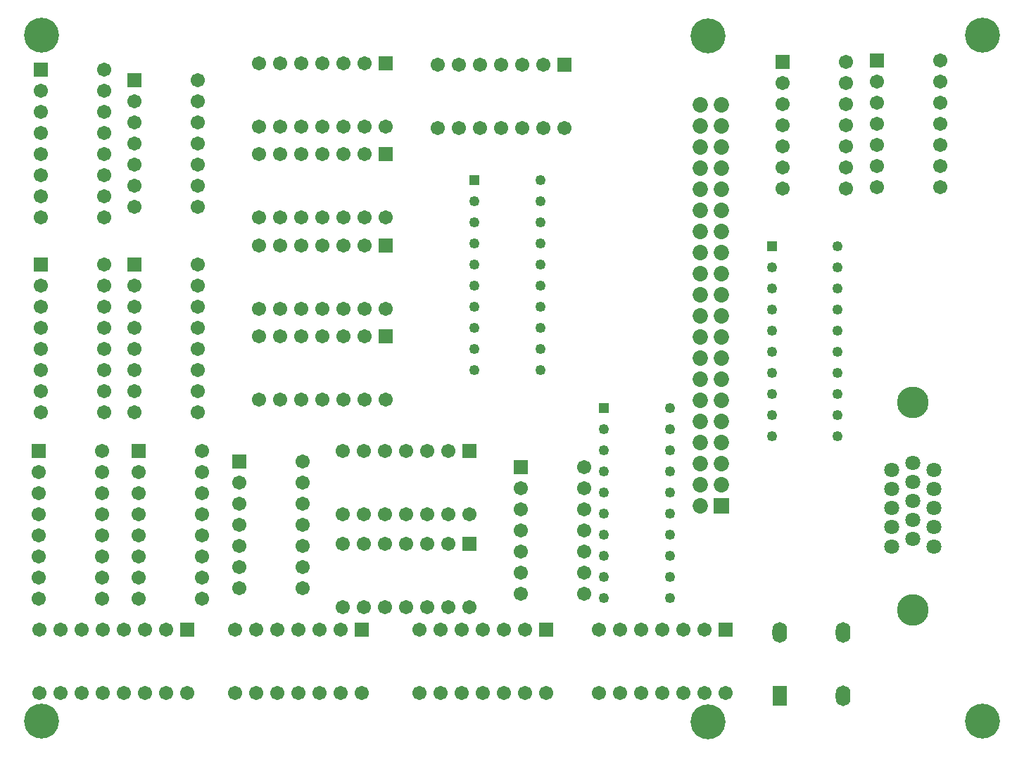
<source format=gbs>
%FSTAX23Y23*%
%MOIN*%
%SFA1B1*%

%IPPOS*%
%ADD22O,0.070000X0.098000*%
%ADD23R,0.070000X0.098000*%
%ADD24C,0.165480*%
%ADD25C,0.067060*%
%ADD26R,0.067060X0.067060*%
%ADD27R,0.067060X0.067060*%
%ADD28C,0.049210*%
%ADD29R,0.049210X0.049210*%
%ADD30C,0.070700*%
%ADD31C,0.149700*%
%ADD32C,0.072960*%
%ADD33R,0.072960X0.072960*%
%LN6502_vga-1*%
%LPD*%
G54D22*
X09035Y01815D03*
X09335D03*
Y01515D03*
G54D23*
X09035Y01515D03*
G54D24*
X0554Y04645D03*
Y01395D03*
X09995D03*
X08695Y01394D03*
X09995Y04645D03*
X08695Y04644D03*
G54D25*
X0811Y02D03*
Y021D03*
Y022D03*
Y023D03*
Y024D03*
Y025D03*
Y026D03*
X0781Y02D03*
Y021D03*
Y022D03*
Y023D03*
Y024D03*
Y025D03*
X0657Y02918D03*
X0667D03*
X0677D03*
X0687D03*
X0697D03*
X0707D03*
X0717D03*
X0657Y03218D03*
X0667D03*
X0677D03*
X0687D03*
X0697D03*
X0707D03*
X0657Y04213D03*
X0667D03*
X0677D03*
X0687D03*
X0697D03*
X0707D03*
X0717D03*
X0657Y04513D03*
X0667D03*
X0677D03*
X0687D03*
X0697D03*
X0707D03*
X0657Y03781D03*
X0667D03*
X0677D03*
X0687D03*
X0697D03*
X0707D03*
X0717D03*
X0657Y04081D03*
X0667D03*
X0677D03*
X0687D03*
X0697D03*
X0707D03*
X0657Y0335D03*
X0667D03*
X0677D03*
X0687D03*
X0697D03*
X0707D03*
X0717D03*
X0657Y0365D03*
X0667D03*
X0677D03*
X0687D03*
X0697D03*
X0707D03*
X06455Y0153D03*
X06555D03*
X06655D03*
X06755D03*
X06855D03*
X06955D03*
X07055D03*
X06455Y0183D03*
X06555D03*
X06655D03*
X06755D03*
X06855D03*
X06955D03*
X0613D03*
X0603D03*
X0593D03*
X0583D03*
X0573D03*
X0563D03*
X0553D03*
X0623Y0153D03*
X0613D03*
X0603D03*
X0593D03*
X0583D03*
X0573D03*
X0563D03*
X0553D03*
X06Y02575D03*
Y02475D03*
Y02375D03*
Y02275D03*
Y02175D03*
Y02075D03*
Y01975D03*
X063Y02675D03*
Y02575D03*
Y02475D03*
Y02375D03*
Y02275D03*
Y02175D03*
Y02075D03*
Y01975D03*
X05525Y02575D03*
Y02475D03*
Y02375D03*
Y02275D03*
Y02175D03*
Y02075D03*
Y01975D03*
X05825Y02675D03*
Y02575D03*
Y02475D03*
Y02375D03*
Y02275D03*
Y02175D03*
Y02075D03*
Y01975D03*
X0628Y02858D03*
Y02958D03*
Y03058D03*
Y03158D03*
Y03258D03*
Y03358D03*
Y03458D03*
Y03558D03*
X0598Y02858D03*
Y02958D03*
Y03058D03*
Y03158D03*
Y03258D03*
Y03358D03*
Y03458D03*
X05835Y02858D03*
Y02958D03*
Y03058D03*
Y03158D03*
Y03258D03*
Y03358D03*
Y03458D03*
Y03558D03*
X05535Y02858D03*
Y02958D03*
Y03058D03*
Y03158D03*
Y03258D03*
Y03358D03*
Y03458D03*
X05835Y03783D03*
Y03883D03*
Y03983D03*
Y04083D03*
Y04183D03*
Y04283D03*
Y04383D03*
Y04483D03*
X05535Y03783D03*
Y03883D03*
Y03983D03*
Y04083D03*
Y04183D03*
Y04283D03*
Y04383D03*
X0628Y03833D03*
Y03933D03*
Y04033D03*
Y04133D03*
Y04233D03*
Y04333D03*
Y04433D03*
X0598Y03833D03*
Y03933D03*
Y04033D03*
Y04133D03*
Y04233D03*
Y04333D03*
X09795Y03925D03*
Y04025D03*
Y04125D03*
Y04225D03*
Y04325D03*
Y04425D03*
Y04525D03*
X09495Y03925D03*
Y04025D03*
Y04125D03*
Y04225D03*
Y04325D03*
Y04425D03*
X0935Y0392D03*
Y0402D03*
Y0412D03*
Y0422D03*
Y0432D03*
Y0442D03*
Y0452D03*
X0905Y0392D03*
Y0402D03*
Y0412D03*
Y0422D03*
Y0432D03*
Y0442D03*
X07415Y04205D03*
X07515D03*
X07615D03*
X07715D03*
X07815D03*
X07915D03*
X08015D03*
X07415Y04505D03*
X07515D03*
X07615D03*
X07715D03*
X07815D03*
X07915D03*
X06965Y02375D03*
X07065D03*
X07165D03*
X07265D03*
X07365D03*
X07465D03*
X07565D03*
X06965Y02675D03*
X07065D03*
X07165D03*
X07265D03*
X07365D03*
X07465D03*
X06965Y01935D03*
X07065D03*
X07165D03*
X07265D03*
X07365D03*
X07465D03*
X07565D03*
X06965Y02235D03*
X07065D03*
X07165D03*
X07265D03*
X07365D03*
X07465D03*
X0733Y0153D03*
X0743D03*
X0753D03*
X0763D03*
X0773D03*
X0783D03*
X0793D03*
X0733Y0183D03*
X0743D03*
X0753D03*
X0763D03*
X0773D03*
X0783D03*
X0818Y0153D03*
X0828D03*
X0838D03*
X0848D03*
X0858D03*
X0868D03*
X0878D03*
X0818Y0183D03*
X0828D03*
X0838D03*
X0848D03*
X0858D03*
X0868D03*
X06775Y02025D03*
Y02125D03*
Y02225D03*
Y02325D03*
Y02425D03*
Y02525D03*
Y02625D03*
X06475Y02025D03*
Y02125D03*
Y02225D03*
Y02325D03*
Y02425D03*
Y02525D03*
G54D26*
X0781Y026D03*
X06Y02675D03*
X05525D03*
X0598Y03558D03*
X05535D03*
Y04483D03*
X0598Y04433D03*
X09495Y04525D03*
X0905Y0452D03*
X06475Y02625D03*
G54D27*
X0717Y03218D03*
Y04513D03*
Y04081D03*
Y0365D03*
X07055Y0183D03*
X0623D03*
X08015Y04505D03*
X07565Y02675D03*
Y02235D03*
X0793Y0183D03*
X0878D03*
G54D28*
X0931Y03645D03*
Y03545D03*
Y03445D03*
Y03345D03*
Y03245D03*
Y03145D03*
Y03045D03*
Y02945D03*
Y02845D03*
Y02745D03*
X08997D03*
Y02845D03*
Y02945D03*
Y03045D03*
Y03145D03*
Y03245D03*
Y03345D03*
Y03445D03*
Y03545D03*
X08516Y0288D03*
Y0278D03*
Y0268D03*
Y0258D03*
Y0248D03*
Y0238D03*
Y0228D03*
Y0218D03*
Y0208D03*
Y0198D03*
X08203D03*
Y0208D03*
Y0218D03*
Y0228D03*
Y0238D03*
Y0248D03*
Y0258D03*
Y0268D03*
Y0278D03*
X07901Y0396D03*
Y0386D03*
Y0376D03*
Y0366D03*
Y0356D03*
Y0346D03*
Y0336D03*
Y0326D03*
Y0316D03*
Y0306D03*
X07588D03*
Y0316D03*
Y0326D03*
Y0336D03*
Y0346D03*
Y0356D03*
Y0366D03*
Y0376D03*
Y0386D03*
G54D29*
X08997Y03645D03*
X08203Y0288D03*
X07588Y0396D03*
G54D30*
X09765Y02585D03*
Y02495D03*
Y02405D03*
Y02315D03*
Y02224D03*
X09665Y02618D03*
Y02528D03*
Y02438D03*
Y02348D03*
Y02258D03*
X09565Y02585D03*
Y02495D03*
Y02405D03*
Y02315D03*
Y02224D03*
G54D31*
X09665Y02905D03*
Y01921D03*
G54D32*
X0866Y04315D03*
Y04215D03*
Y04115D03*
X0876Y04315D03*
Y04215D03*
Y04115D03*
X0866Y03915D03*
X0876D03*
X0866Y03715D03*
X0876D03*
X0866Y03515D03*
X0876D03*
X0866Y03415D03*
X0876D03*
X0866Y03215D03*
X0876D03*
X0866Y03015D03*
X0876D03*
X0866Y02715D03*
X0876D03*
X0866Y02615D03*
X0876D03*
X0866Y02415D03*
X0876Y02515D03*
X0866D03*
X0876Y02815D03*
X0866D03*
X0876Y02915D03*
X0866D03*
X0876Y03115D03*
X0866D03*
X0876Y03315D03*
X0866D03*
X0876Y03615D03*
X0866D03*
X0876Y03815D03*
X0866D03*
X0876Y04015D03*
X0866D03*
G54D33*
X0876Y02415D03*
M02*
</source>
